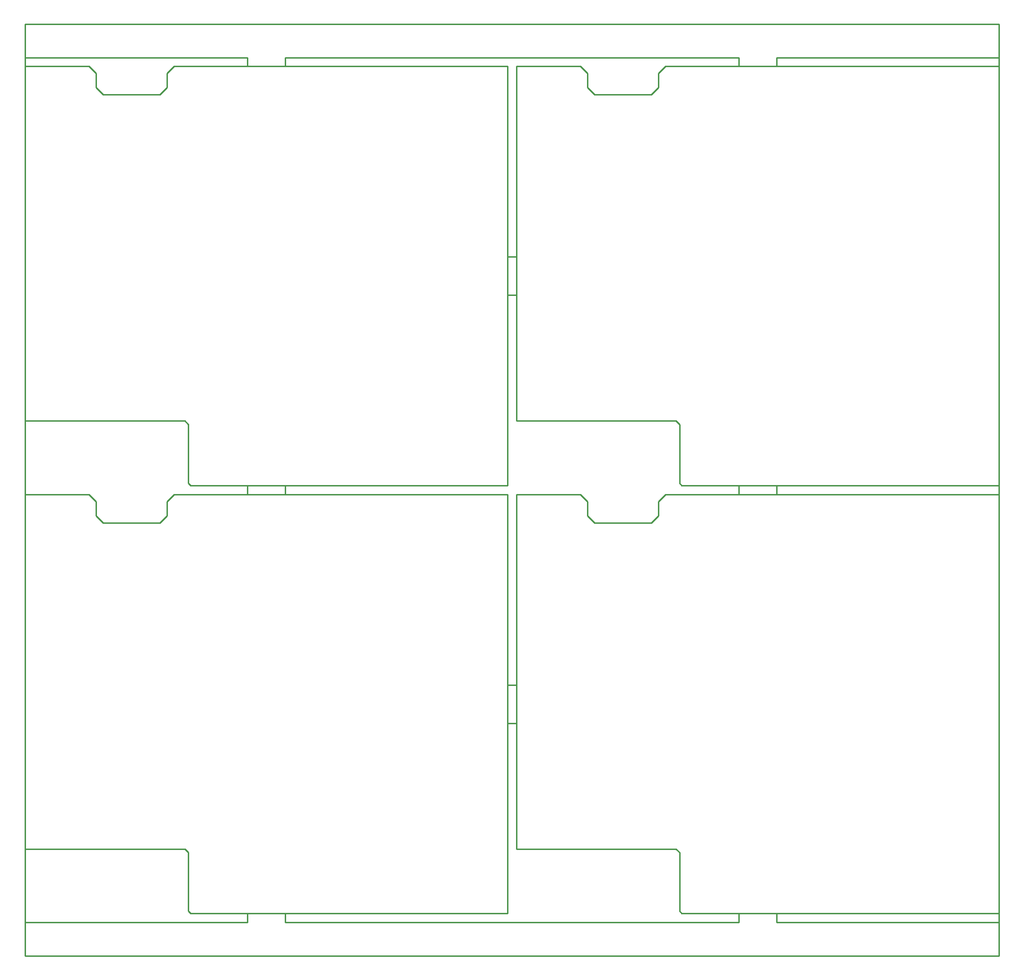
<source format=gko>
G04 Layer: BoardOutlineLayer*
G04 EasyEDA v6.5.29, 2023-07-18 10:02:35*
G04 8a87558a6270435d8ad66e31a1dfd8bf,5a6b42c53f6a479593ecc07194224c93,10*
G04 Gerber Generator version 0.2*
G04 Scale: 100 percent, Rotated: No, Reflected: No *
G04 Dimensions in millimeters *
G04 leading zeros omitted , absolute positions ,4 integer and 5 decimal *
%FSLAX45Y45*%
%MOMM*%

%ADD10C,0.2540*%
D10*
X2667000Y10414000D02*
G01*
X8636000Y10414000D01*
X8636000Y2908300D01*
X2959100Y2908300D01*
X2921000Y2952750D01*
X2921000Y4000500D01*
X2857500Y4064000D01*
X0Y4064000D01*
X0Y10414000D01*
X0Y10414000D02*
G01*
X1139952Y10414000D01*
X1143000Y10414000D02*
G01*
X1270000Y10287000D01*
X1270000Y10033000D01*
X1397000Y9906000D01*
X2413000Y9906000D01*
X2540000Y10033000D01*
X2540000Y10287000D01*
X2667000Y10414000D01*
X11462999Y10414000D02*
G01*
X17431999Y10414000D01*
X17431999Y2908300D01*
X11755099Y2908300D01*
X11716999Y2952750D01*
X11716999Y4000500D01*
X11653499Y4064000D01*
X8795999Y4064000D01*
X8795999Y10414000D01*
X8795999Y10414000D02*
G01*
X9935951Y10414000D01*
X9938999Y10414000D02*
G01*
X10065999Y10287000D01*
X10065999Y10033000D01*
X10192999Y9906000D01*
X11208999Y9906000D01*
X11335999Y10033000D01*
X11335999Y10287000D01*
X11462999Y10414000D01*
X2667000Y2748300D02*
G01*
X8636000Y2748300D01*
X8636000Y-4757399D01*
X2959100Y-4757399D01*
X2921000Y-4712949D01*
X2921000Y-3665199D01*
X2857500Y-3601699D01*
X0Y-3601699D01*
X0Y2748300D01*
X0Y2748300D02*
G01*
X1139952Y2748300D01*
X1143000Y2748300D02*
G01*
X1270000Y2621300D01*
X1270000Y2367300D01*
X1397000Y2240300D01*
X2413000Y2240300D01*
X2540000Y2367300D01*
X2540000Y2621300D01*
X2667000Y2748300D01*
X11462999Y2748300D02*
G01*
X17431999Y2748300D01*
X17431999Y-4757399D01*
X11755099Y-4757399D01*
X11716999Y-4712949D01*
X11716999Y-3665199D01*
X11653499Y-3601699D01*
X8795999Y-3601699D01*
X8795999Y2748300D01*
X8795999Y2748300D02*
G01*
X9935951Y2748300D01*
X9938999Y2748300D02*
G01*
X10065999Y2621300D01*
X10065999Y2367300D01*
X10192999Y2240300D01*
X11208999Y2240300D01*
X11335999Y2367300D01*
X11335999Y2621300D01*
X11462999Y2748300D01*
X0Y11173998D02*
G01*
X17431999Y11173998D01*
X17431999Y-5517398D01*
X0Y-5517398D01*
X0Y11173998D01*
X3975996Y10573999D02*
G01*
X0Y10573999D01*
X3975996Y-4917399D02*
G01*
X0Y-4917399D01*
X12771996Y10573999D02*
G01*
X4660005Y10573999D01*
X12771996Y-4917399D02*
G01*
X4660005Y-4917399D01*
X17431999Y10573999D02*
G01*
X13456005Y10573999D01*
X17431999Y-4917399D02*
G01*
X13456005Y-4917399D01*
X3975996Y2757467D02*
G01*
X3975996Y2899133D01*
X4660005Y2757467D02*
G01*
X4660005Y2899133D01*
X12771996Y2757467D02*
G01*
X12771996Y2899133D01*
X13456005Y2757467D02*
G01*
X13456005Y2899133D01*
X8786832Y7003153D02*
G01*
X8645166Y7003153D01*
X8786832Y6319144D02*
G01*
X8645166Y6319144D01*
X8786832Y-662546D02*
G01*
X8645166Y-662546D01*
X8786832Y-1346555D02*
G01*
X8645166Y-1346555D01*
X3975996Y10423166D02*
G01*
X3975996Y10573999D01*
X3975996Y-4917399D02*
G01*
X3975996Y-4766566D01*
X4660005Y10423166D02*
G01*
X4660005Y10573999D01*
X4660005Y-4917399D02*
G01*
X4660005Y-4766566D01*
X12771996Y10423166D02*
G01*
X12771996Y10573999D01*
X12771996Y-4917399D02*
G01*
X12771996Y-4766566D01*
X13456005Y10423166D02*
G01*
X13456005Y10573999D01*
X13456005Y-4917399D02*
G01*
X13456005Y-4766566D01*

%LPD*%
M02*

</source>
